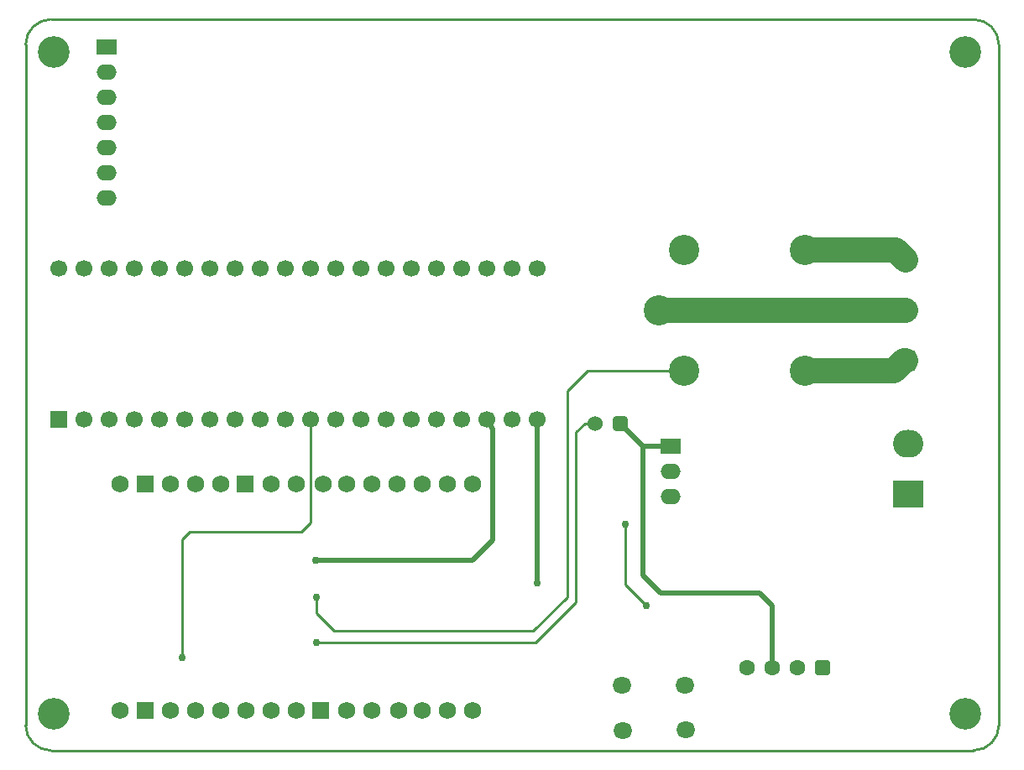
<source format=gbl>
G04*
G04 #@! TF.GenerationSoftware,Altium Limited,Altium Designer,21.3.2 (30)*
G04*
G04 Layer_Physical_Order=2*
G04 Layer_Color=16711680*
%FSTAX24Y24*%
%MOIN*%
G70*
G04*
G04 #@! TF.SameCoordinates,DBE85665-E0BB-432C-AE5E-D4A4B8DC2BF9*
G04*
G04*
G04 #@! TF.FilePolarity,Positive*
G04*
G01*
G75*
%ADD10C,0.0100*%
%ADD11C,0.0200*%
G04:AMPARAMS|DCode=46|XSize=86.6mil|YSize=86.6mil|CornerRadius=21.7mil|HoleSize=0mil|Usage=FLASHONLY|Rotation=90.000|XOffset=0mil|YOffset=0mil|HoleType=Round|Shape=RoundedRectangle|*
%AMROUNDEDRECTD46*
21,1,0.0866,0.0433,0,0,90.0*
21,1,0.0433,0.0866,0,0,90.0*
1,1,0.0433,0.0217,0.0217*
1,1,0.0433,0.0217,-0.0217*
1,1,0.0433,-0.0217,-0.0217*
1,1,0.0433,-0.0217,0.0217*
%
%ADD46ROUNDEDRECTD46*%
%ADD47C,0.0866*%
%ADD51C,0.1260*%
%ADD53C,0.0600*%
%ADD54C,0.0690*%
%ADD55R,0.0690X0.0690*%
%ADD56R,0.1200X0.1100*%
%ADD57O,0.1200X0.1100*%
G04:AMPARAMS|DCode=58|XSize=60mil|YSize=60mil|CornerRadius=15mil|HoleSize=0mil|Usage=FLASHONLY|Rotation=180.000|XOffset=0mil|YOffset=0mil|HoleType=Round|Shape=RoundedRectangle|*
%AMROUNDEDRECTD58*
21,1,0.0600,0.0300,0,0,180.0*
21,1,0.0300,0.0600,0,0,180.0*
1,1,0.0300,-0.0150,0.0150*
1,1,0.0300,0.0150,0.0150*
1,1,0.0300,0.0150,-0.0150*
1,1,0.0300,-0.0150,-0.0150*
%
%ADD58ROUNDEDRECTD58*%
%ADD59C,0.0669*%
%ADD60R,0.0669X0.0669*%
G04:AMPARAMS|DCode=61|XSize=63mil|YSize=63mil|CornerRadius=15.7mil|HoleSize=0mil|Usage=FLASHONLY|Rotation=180.000|XOffset=0mil|YOffset=0mil|HoleType=Round|Shape=RoundedRectangle|*
%AMROUNDEDRECTD61*
21,1,0.0630,0.0315,0,0,180.0*
21,1,0.0315,0.0630,0,0,180.0*
1,1,0.0315,-0.0157,0.0157*
1,1,0.0315,0.0157,0.0157*
1,1,0.0315,0.0157,-0.0157*
1,1,0.0315,-0.0157,-0.0157*
%
%ADD61ROUNDEDRECTD61*%
%ADD62C,0.0630*%
%ADD63C,0.1200*%
%ADD64O,0.0750X0.0650*%
%ADD65C,0.0300*%
%ADD66C,0.1000*%
%ADD67R,0.0800X0.0600*%
%ADD68O,0.0800X0.0600*%
D10*
X04225Y01865D02*
X0431Y0178D01*
X04225Y01865D02*
Y02105D01*
X029996Y017504D02*
Y018146D01*
X02975Y0211D02*
Y0252D01*
X03995Y01815D02*
Y02635D01*
X0403Y01795D02*
Y0247D01*
X04075Y02715D02*
X0446D01*
X04065Y02505D02*
X04105D01*
X03995Y02635D02*
X04075Y02715D01*
X0403Y0247D02*
X04065Y02505D01*
X0387Y01635D02*
X0403Y01795D01*
X02495Y02075D02*
X0294D01*
X02975Y0211D01*
X02465Y02045D02*
X02495Y02075D01*
X02465Y01575D02*
Y02045D01*
X029996Y017504D02*
X0307Y0168D01*
X0386D01*
X03995Y01815D01*
X03Y01635D02*
X0387D01*
X0571Y0401D02*
G03*
X0561Y0411I-001J0D01*
G01*
Y01205D02*
G03*
X0571Y01305I0J001D01*
G01*
X01945Y0411D02*
G03*
X01845Y0401I0J-001D01*
G01*
Y01305D02*
G03*
X01945Y01205I001J0D01*
G01*
X0561D01*
X01945Y0411D02*
X0561D01*
X0571Y01305D02*
Y0401D01*
X01845Y01305D02*
Y0401D01*
D11*
X02995Y0196D02*
X0362D01*
X03675Y025098D02*
Y0252D01*
Y025098D02*
X037Y024848D01*
X0362Y0196D02*
X037Y0204D01*
Y024848D01*
X03875Y0187D02*
Y0252D01*
X0481Y01535D02*
Y0178D01*
X0476Y0183D02*
X0481Y0178D01*
X04365Y0183D02*
X0476D01*
X04295Y019D02*
Y02415D01*
Y019D02*
X04365Y0183D01*
X04295Y02415D02*
X04405D01*
X04205Y02505D02*
X04295Y02415D01*
D46*
X0534Y02755D02*
D03*
D47*
Y02955D02*
D03*
Y03155D02*
D03*
D51*
X01955Y0398D02*
D03*
Y0135D02*
D03*
X05575D02*
D03*
Y0398D02*
D03*
D53*
X04105Y02505D02*
D03*
D54*
X0312Y01365D02*
D03*
X0322D02*
D03*
X03325D02*
D03*
X0342D02*
D03*
X0352D02*
D03*
X0362D02*
D03*
X0292D02*
D03*
X0282D02*
D03*
X0272D02*
D03*
X0242D02*
D03*
X0252D02*
D03*
X0262D02*
D03*
X0222D02*
D03*
X0312Y02265D02*
D03*
X0322D02*
D03*
X0332D02*
D03*
X0342D02*
D03*
X0352D02*
D03*
X0362D02*
D03*
X03025D02*
D03*
X0292D02*
D03*
X0282D02*
D03*
X0242D02*
D03*
X0252D02*
D03*
X0262D02*
D03*
X0222D02*
D03*
D55*
X03015Y01365D02*
D03*
X0232D02*
D03*
X02715Y02265D02*
D03*
X0232D02*
D03*
D56*
X0535Y02225D02*
D03*
D57*
Y02425D02*
D03*
D58*
X04205Y02505D02*
D03*
D59*
X03875Y0252D02*
D03*
Y0312D02*
D03*
X03775Y0252D02*
D03*
Y0312D02*
D03*
X03675Y0252D02*
D03*
Y0312D02*
D03*
X03575Y0252D02*
D03*
Y0312D02*
D03*
X03475Y0252D02*
D03*
Y0312D02*
D03*
X03375Y0252D02*
D03*
Y0312D02*
D03*
X03275Y0252D02*
D03*
Y0312D02*
D03*
X03175Y0252D02*
D03*
Y0312D02*
D03*
X03075Y0252D02*
D03*
Y0312D02*
D03*
X02975Y0252D02*
D03*
Y0312D02*
D03*
X02875Y0252D02*
D03*
Y0312D02*
D03*
X02775Y0252D02*
D03*
Y0312D02*
D03*
X02675Y0252D02*
D03*
Y0312D02*
D03*
X02575Y0252D02*
D03*
Y0312D02*
D03*
X02475Y0252D02*
D03*
Y0312D02*
D03*
X02375Y0252D02*
D03*
Y0312D02*
D03*
X02275Y0252D02*
D03*
Y0312D02*
D03*
X02175Y0252D02*
D03*
Y0312D02*
D03*
X02075Y0252D02*
D03*
Y0312D02*
D03*
X01975D02*
D03*
D60*
Y0252D02*
D03*
D61*
X0501Y01535D02*
D03*
D62*
X0491D02*
D03*
X0481D02*
D03*
X0471D02*
D03*
D63*
X0446Y03195D02*
D03*
X0494Y02715D02*
D03*
X0436Y02955D02*
D03*
X0494Y03195D02*
D03*
X0446Y02715D02*
D03*
D64*
X04214Y01463D02*
D03*
X04215Y01285D02*
D03*
X04465Y01286D02*
D03*
X04464Y01463D02*
D03*
D65*
X04225Y02105D02*
D03*
X0431Y0178D02*
D03*
X02995Y0196D02*
D03*
X029996Y018146D02*
D03*
X03875Y0187D02*
D03*
X02465Y01575D02*
D03*
X03Y01635D02*
D03*
D66*
X0494Y03195D02*
X053D01*
X0534Y03155D01*
X052937Y02715D02*
X053337Y02755D01*
X0494Y02715D02*
X052937D01*
X053337Y02755D02*
X0534D01*
X0436Y02955D02*
X0534D01*
D67*
X02165Y04D02*
D03*
X04405Y02415D02*
D03*
D68*
X02165Y039D02*
D03*
Y038D02*
D03*
Y037D02*
D03*
Y036D02*
D03*
Y035D02*
D03*
Y034D02*
D03*
X04405Y02215D02*
D03*
Y02315D02*
D03*
M02*

</source>
